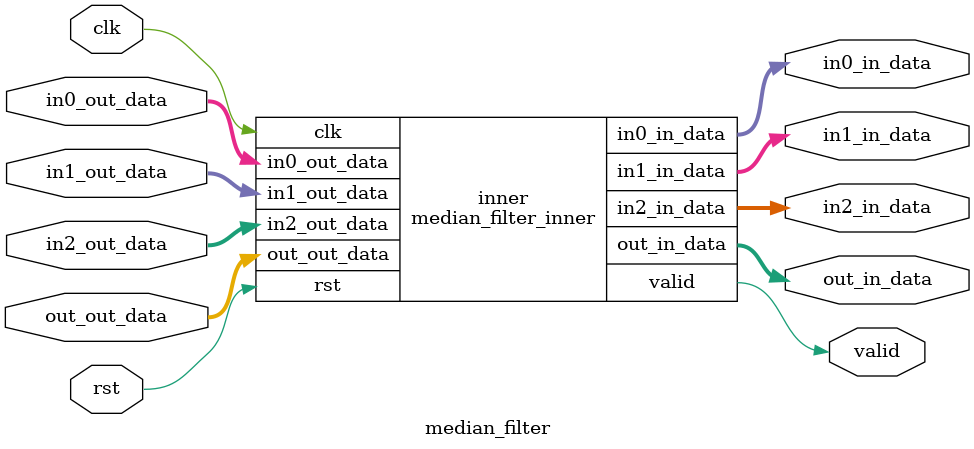
<source format=v>
module median_filter_inner(input [0:0] clk, input [0:0] rst, output [31:0] out_in_data, input [31:0] out_out_data, output [31:0] in0_in_data, input [31:0] in0_out_data, output [31:0] in1_in_data, input [31:0] in1_out_data, output [31:0] in2_in_data, input [31:0] in2_out_data, output [0:0] valid);

	reg [31:0] out_in_data_reg;
	reg [31:0] in0_in_data_reg;
	reg [31:0] in1_in_data_reg;
	reg [31:0] in2_in_data_reg;
	reg [0:0] valid_reg;

	assign out_in_data = out_in_data_reg;
	assign in0_in_data = in0_in_data_reg;
	assign in1_in_data = in1_in_data_reg;
	assign in2_in_data = in2_in_data_reg;
	assign valid = valid_reg;

	// Start debug wires and ports

	initial begin
	end





	// End debug wires and ports

	// Start Functional Units
	reg [0:0] m_rst_n;
	reg [31:0] m_word0;
	reg [31:0] m_word1;
	reg [31:0] m_word2;
	wire [31:0] m_median_word;
	median m(.clk(clk), .median_word(m_median_word), .rst_n(m_rst_n), .word0(m_word0), .word1(m_word1), .word2(m_word2));

	reg [31:0] cmp_in0_icmp_8;
	reg [31:0] cmp_in1_icmp_8;
	wire [0:0] cmp_out_icmp_8;
	ne #(.WIDTH(32)) icmp_8(.in0(cmp_in0_icmp_8), .in1(cmp_in1_icmp_8), .out(cmp_out_icmp_8));

	br_dummy br_unit();

	reg [31:0] add_in0_add_10;
	reg [31:0] add_in1_add_10;
	wire [31:0] add_out_add_10;
	add #(.WIDTH(32)) add_add_10(.in0(add_in0_add_10), .in1(add_in1_add_10), .out(add_out_add_10));

	reg [63:0] phi_in_phi_14;
	reg [31:0] phi_last_block_phi_14;
	reg [63:0] phi_s_phi_14;
	wire [31:0] phi_out_phi_14;
	phi #(.NB_PAIR(2), .WIDTH(32)) phi_14(.in(phi_in_phi_14), .last_block(phi_last_block_phi_14), .out(phi_out_phi_14), .s(phi_s_phi_14));

	// End Functional Units

	// Start instruction result storage
	reg [31:0] add_tmp_2;
	// End instruction result storage

	// Start pipeline variables
	// End pipeline variables

	reg [31:0] global_state;
	reg [31:0] last_BB_reg;
	// Start pipeline reset block
	always @(posedge clk) begin
		if (rst) begin
		end
	end
	// End pipeline reset block

	// Start pipeline valid chain block
	always @(posedge clk) begin

		if (!rst) begin
		end
	end
	// End pipeline valid chain block

	always @(posedge clk) begin
	end
	// Start pipeline initiation block
	always @(posedge clk) begin
	end
	// End pipeline initiation block

	always @(posedge clk) begin
		if (rst) begin
			last_BB_reg <= 0;
		end else begin
			if ((global_state == 0)) begin
					last_BB_reg <= 0;
			end
			if ((global_state == 1)) begin
			end
			if ((global_state == 2)) begin
			end
			if ((global_state == 3)) begin
					last_BB_reg <= 2;
			end
			if ((global_state == 4)) begin
					last_BB_reg <= 4;
			end
			if ((global_state == 5)) begin
					last_BB_reg <= 3;
			end
			if ((global_state == 6)) begin
					last_BB_reg <= 1;
			end
		end
	end

	always @(posedge clk) begin
		if (rst) begin
			global_state <= 0;
		end else begin
			// Control code
			if ((global_state == 0)) begin 
				// Next state transition logic
				// Condition = True

				if (1) begin
					global_state <= 1;
				end
			end
			if ((global_state == 1)) begin 
				// Next state transition logic
				// Condition = True

				if (1) begin
					global_state <= 2;
				end
			end
			if ((global_state == 2)) begin 
				// Next state transition logic
				// Condition = True

				if (1) begin
					global_state <= 3;
				end
			end
			if ((global_state == 3)) begin 
				// Next state transition logic
				// Condition = True

				if (1) begin
					global_state <= 4;
				end
			end
			if ((global_state == 4)) begin 
				// Next state transition logic
				// Condition = (  %8 = icmp ne i32 %3, 8533)
				if ((cmp_out_icmp_8)) begin
					global_state <= 4;
				end
				// Condition = (!(  %8 = icmp ne i32 %3, 8533))
				if (!(cmp_out_icmp_8)) begin
					global_state <= 5;
				end
			end
			if ((global_state == 5)) begin 
				// Next state transition logic
				// Condition = True

				if (1) begin
					global_state <= 6;
				end
			end
			if ((global_state == 6)) begin 
				// Next state transition logic
				// Condition = True

				if (1) begin
					global_state <= 6;
				end
			end

			// Temporary storage code
			if ((global_state == 0)) begin 
				// Temporary storage
				// Store data computed at the stage
			end
			if ((global_state == 1)) begin 
				// Temporary storage
				// Store data computed at the stage
			end
			if ((global_state == 2)) begin 
				// Temporary storage
				// Store data computed at the stage
			end
			if ((global_state == 3)) begin 
				// Temporary storage
				// Store data computed at the stage
			end
			if ((global_state == 4)) begin 
				// Temporary storage
				// Store data computed at the stage
					add_tmp_2 <= add_out_add_10;
			end
			if ((global_state == 5)) begin 
				// Temporary storage
				// Store data computed at the stage
			end
			if ((global_state == 6)) begin 
				// Temporary storage
				// Store data computed at the stage
			end
		end
	end


	// Start pipeline instruction code
	// Start pipeline stages
	// End pipeline instruction code

	// controller for m.m_rst_n
	always @(*) begin
		if ((global_state == 1)) begin 
			if (1) begin
				m_rst_n = -(1'd1);
			end
		end else if ((global_state == 2)) begin 
			if (1) begin
				m_rst_n = (1'd0);
			end
		end else if ((global_state == 3)) begin 
			if (1) begin
				m_rst_n = -(1'd1);
			end
		end
	end
	// controller for m.m_word0
	always @(*) begin
		if ((global_state == 4)) begin 
			if (1) begin
				m_word0 = in0_out_data;
			end
		// No default?
		end
	end
	// controller for m.m_word1
	always @(*) begin
		if ((global_state == 4)) begin 
			if (1) begin
				m_word1 = in1_out_data;
			end
		// No default?
		end
	end
	// controller for m.m_word2
	always @(*) begin
		if ((global_state == 4)) begin 
			if (1) begin
				m_word2 = in2_out_data;
			end
		// No default?
		end
	end
	// Insensitive connections
	always @(*) begin
	end
	// controller for out.out_in_data_reg
	always @(*) begin
		if ((global_state == 4)) begin 
			if (1) begin
				out_in_data_reg = m_median_word;
			end
		// No default?
		end
	end
	// Insensitive connections
	always @(*) begin
	end
	// controller for icmp_8.cmp_in0_icmp_8
	// controller for icmp_8.cmp_in1_icmp_8
	// Insensitive connections
	always @(*) begin
		cmp_in0_icmp_8 = valid ? add_out_add_10 : add_out_add_10;
		cmp_in1_icmp_8 = valid ? (32'd8533) : (32'd8533);
	end
	// controller for add_add_10.add_in0_add_10
	// controller for add_add_10.add_in1_add_10
	// Insensitive connections
	always @(*) begin
		add_in0_add_10 = valid ? phi_out_phi_14 : phi_out_phi_14;
		add_in1_add_10 = valid ? (32'd1) : (32'd1);
	end
	// Insensitive connections
	always @(*) begin
	end
	// Insensitive connections
	always @(*) begin
	end
	// Insensitive connections
	always @(*) begin
	end
	// controller for phi_14.phi_in_phi_14
	// controller for phi_14.phi_last_block_phi_14
	// controller for phi_14.phi_s_phi_14
	// Insensitive connections
	always @(*) begin
		phi_in_phi_14 = valid ? {(32'd0), add_tmp_2} : {(32'd0), add_tmp_2};
		phi_last_block_phi_14 = valid ? last_BB_reg : last_BB_reg;
		phi_s_phi_14 = valid ? {32'd2, 32'd4} : {32'd2, 32'd4};
	end
	// controller for ret_19.valid_reg
	always @(*) begin
		if ((global_state == 6)) begin 
			if (1) begin
				valid_reg = 1;
			end
		end else begin
			valid_reg = 0;
		end
	end
	// Insensitive connections
	always @(*) begin
	end
endmodule

module median_filter(input [0:0] clk, input [0:0] rst, output [31:0] out_in_data, input [31:0] out_out_data, output [31:0] in0_in_data, input [31:0] in0_out_data, output [31:0] in1_in_data, input [31:0] in1_out_data, output [31:0] in2_in_data, input [31:0] in2_out_data, output [0:0] valid);


	initial begin
	end




	median_filter_inner inner(.clk(clk), .in0_in_data(in0_in_data), .in0_out_data(in0_out_data), .in1_in_data(in1_in_data), .in1_out_data(in1_out_data), .in2_in_data(in2_in_data), .in2_out_data(in2_out_data), .out_in_data(out_in_data), .out_out_data(out_out_data), .rst(rst), .valid(valid));

endmodule

</source>
